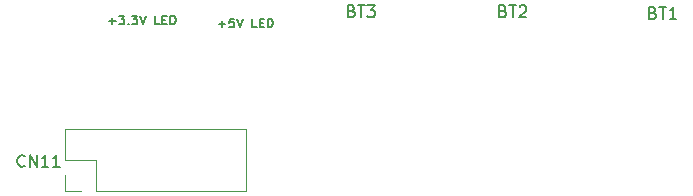
<source format=gbr>
%TF.GenerationSoftware,KiCad,Pcbnew,(5.1.12)-1*%
%TF.CreationDate,2022-03-08T20:47:42+00:00*%
%TF.ProjectId,RGBtoHDMI CDTV v2 - Daughter Board,52474274-6f48-4444-9d49-204344545620,1*%
%TF.SameCoordinates,Original*%
%TF.FileFunction,Legend,Top*%
%TF.FilePolarity,Positive*%
%FSLAX46Y46*%
G04 Gerber Fmt 4.6, Leading zero omitted, Abs format (unit mm)*
G04 Created by KiCad (PCBNEW (5.1.12)-1) date 2022-03-08 20:47:42*
%MOMM*%
%LPD*%
G01*
G04 APERTURE LIST*
%ADD10C,0.150000*%
%ADD11C,0.120000*%
G04 APERTURE END LIST*
D10*
X92436428Y-69672571D02*
X93007857Y-69672571D01*
X92722142Y-69958285D02*
X92722142Y-69386857D01*
X93293571Y-69208285D02*
X93757857Y-69208285D01*
X93507857Y-69494000D01*
X93615000Y-69494000D01*
X93686428Y-69529714D01*
X93722142Y-69565428D01*
X93757857Y-69636857D01*
X93757857Y-69815428D01*
X93722142Y-69886857D01*
X93686428Y-69922571D01*
X93615000Y-69958285D01*
X93400714Y-69958285D01*
X93329285Y-69922571D01*
X93293571Y-69886857D01*
X94079285Y-69886857D02*
X94115000Y-69922571D01*
X94079285Y-69958285D01*
X94043571Y-69922571D01*
X94079285Y-69886857D01*
X94079285Y-69958285D01*
X94365000Y-69208285D02*
X94829285Y-69208285D01*
X94579285Y-69494000D01*
X94686428Y-69494000D01*
X94757857Y-69529714D01*
X94793571Y-69565428D01*
X94829285Y-69636857D01*
X94829285Y-69815428D01*
X94793571Y-69886857D01*
X94757857Y-69922571D01*
X94686428Y-69958285D01*
X94472142Y-69958285D01*
X94400714Y-69922571D01*
X94365000Y-69886857D01*
X95043571Y-69208285D02*
X95293571Y-69958285D01*
X95543571Y-69208285D01*
X96722142Y-69958285D02*
X96365000Y-69958285D01*
X96365000Y-69208285D01*
X96972142Y-69565428D02*
X97222142Y-69565428D01*
X97329285Y-69958285D02*
X96972142Y-69958285D01*
X96972142Y-69208285D01*
X97329285Y-69208285D01*
X97650714Y-69958285D02*
X97650714Y-69208285D01*
X97829285Y-69208285D01*
X97936428Y-69244000D01*
X98007857Y-69315428D01*
X98043571Y-69386857D01*
X98079285Y-69529714D01*
X98079285Y-69636857D01*
X98043571Y-69779714D01*
X98007857Y-69851142D01*
X97936428Y-69922571D01*
X97829285Y-69958285D01*
X97650714Y-69958285D01*
X101735142Y-69926571D02*
X102306571Y-69926571D01*
X102020857Y-70212285D02*
X102020857Y-69640857D01*
X103020857Y-69462285D02*
X102663714Y-69462285D01*
X102628000Y-69819428D01*
X102663714Y-69783714D01*
X102735142Y-69748000D01*
X102913714Y-69748000D01*
X102985142Y-69783714D01*
X103020857Y-69819428D01*
X103056571Y-69890857D01*
X103056571Y-70069428D01*
X103020857Y-70140857D01*
X102985142Y-70176571D01*
X102913714Y-70212285D01*
X102735142Y-70212285D01*
X102663714Y-70176571D01*
X102628000Y-70140857D01*
X103270857Y-69462285D02*
X103520857Y-70212285D01*
X103770857Y-69462285D01*
X104949428Y-70212285D02*
X104592285Y-70212285D01*
X104592285Y-69462285D01*
X105199428Y-69819428D02*
X105449428Y-69819428D01*
X105556571Y-70212285D02*
X105199428Y-70212285D01*
X105199428Y-69462285D01*
X105556571Y-69462285D01*
X105878000Y-70212285D02*
X105878000Y-69462285D01*
X106056571Y-69462285D01*
X106163714Y-69498000D01*
X106235142Y-69569428D01*
X106270857Y-69640857D01*
X106306571Y-69783714D01*
X106306571Y-69890857D01*
X106270857Y-70033714D01*
X106235142Y-70105142D01*
X106163714Y-70176571D01*
X106056571Y-70212285D01*
X105878000Y-70212285D01*
X112996285Y-68832571D02*
X113139142Y-68880190D01*
X113186761Y-68927809D01*
X113234380Y-69023047D01*
X113234380Y-69165904D01*
X113186761Y-69261142D01*
X113139142Y-69308761D01*
X113043904Y-69356380D01*
X112662952Y-69356380D01*
X112662952Y-68356380D01*
X112996285Y-68356380D01*
X113091523Y-68404000D01*
X113139142Y-68451619D01*
X113186761Y-68546857D01*
X113186761Y-68642095D01*
X113139142Y-68737333D01*
X113091523Y-68784952D01*
X112996285Y-68832571D01*
X112662952Y-68832571D01*
X113520095Y-68356380D02*
X114091523Y-68356380D01*
X113805809Y-69356380D02*
X113805809Y-68356380D01*
X114329619Y-68356380D02*
X114948666Y-68356380D01*
X114615333Y-68737333D01*
X114758190Y-68737333D01*
X114853428Y-68784952D01*
X114901047Y-68832571D01*
X114948666Y-68927809D01*
X114948666Y-69165904D01*
X114901047Y-69261142D01*
X114853428Y-69308761D01*
X114758190Y-69356380D01*
X114472476Y-69356380D01*
X114377238Y-69308761D01*
X114329619Y-69261142D01*
X125823285Y-68832571D02*
X125966142Y-68880190D01*
X126013761Y-68927809D01*
X126061380Y-69023047D01*
X126061380Y-69165904D01*
X126013761Y-69261142D01*
X125966142Y-69308761D01*
X125870904Y-69356380D01*
X125489952Y-69356380D01*
X125489952Y-68356380D01*
X125823285Y-68356380D01*
X125918523Y-68404000D01*
X125966142Y-68451619D01*
X126013761Y-68546857D01*
X126013761Y-68642095D01*
X125966142Y-68737333D01*
X125918523Y-68784952D01*
X125823285Y-68832571D01*
X125489952Y-68832571D01*
X126347095Y-68356380D02*
X126918523Y-68356380D01*
X126632809Y-69356380D02*
X126632809Y-68356380D01*
X127204238Y-68451619D02*
X127251857Y-68404000D01*
X127347095Y-68356380D01*
X127585190Y-68356380D01*
X127680428Y-68404000D01*
X127728047Y-68451619D01*
X127775666Y-68546857D01*
X127775666Y-68642095D01*
X127728047Y-68784952D01*
X127156619Y-69356380D01*
X127775666Y-69356380D01*
X138523285Y-68959571D02*
X138666142Y-69007190D01*
X138713761Y-69054809D01*
X138761380Y-69150047D01*
X138761380Y-69292904D01*
X138713761Y-69388142D01*
X138666142Y-69435761D01*
X138570904Y-69483380D01*
X138189952Y-69483380D01*
X138189952Y-68483380D01*
X138523285Y-68483380D01*
X138618523Y-68531000D01*
X138666142Y-68578619D01*
X138713761Y-68673857D01*
X138713761Y-68769095D01*
X138666142Y-68864333D01*
X138618523Y-68911952D01*
X138523285Y-68959571D01*
X138189952Y-68959571D01*
X139047095Y-68483380D02*
X139618523Y-68483380D01*
X139332809Y-69483380D02*
X139332809Y-68483380D01*
X140475666Y-69483380D02*
X139904238Y-69483380D01*
X140189952Y-69483380D02*
X140189952Y-68483380D01*
X140094714Y-68626238D01*
X139999476Y-68721476D01*
X139904238Y-68769095D01*
D11*
%TO.C,CN11*%
X88703000Y-84030000D02*
X88703000Y-82700000D01*
X90033000Y-84030000D02*
X88703000Y-84030000D01*
X88703000Y-81430000D02*
X88703000Y-78830000D01*
X91303000Y-81430000D02*
X88703000Y-81430000D01*
X91303000Y-84030000D02*
X91303000Y-81430000D01*
X88703000Y-78830000D02*
X104063000Y-78830000D01*
X91303000Y-84030000D02*
X104063000Y-84030000D01*
X104063000Y-84030000D02*
X104063000Y-78830000D01*
D10*
X85310333Y-81914142D02*
X85262714Y-81961761D01*
X85119857Y-82009380D01*
X85024619Y-82009380D01*
X84881761Y-81961761D01*
X84786523Y-81866523D01*
X84738904Y-81771285D01*
X84691285Y-81580809D01*
X84691285Y-81437952D01*
X84738904Y-81247476D01*
X84786523Y-81152238D01*
X84881761Y-81057000D01*
X85024619Y-81009380D01*
X85119857Y-81009380D01*
X85262714Y-81057000D01*
X85310333Y-81104619D01*
X85738904Y-82009380D02*
X85738904Y-81009380D01*
X86310333Y-82009380D01*
X86310333Y-81009380D01*
X87310333Y-82009380D02*
X86738904Y-82009380D01*
X87024619Y-82009380D02*
X87024619Y-81009380D01*
X86929380Y-81152238D01*
X86834142Y-81247476D01*
X86738904Y-81295095D01*
X88262714Y-82009380D02*
X87691285Y-82009380D01*
X87977000Y-82009380D02*
X87977000Y-81009380D01*
X87881761Y-81152238D01*
X87786523Y-81247476D01*
X87691285Y-81295095D01*
%TD*%
M02*

</source>
